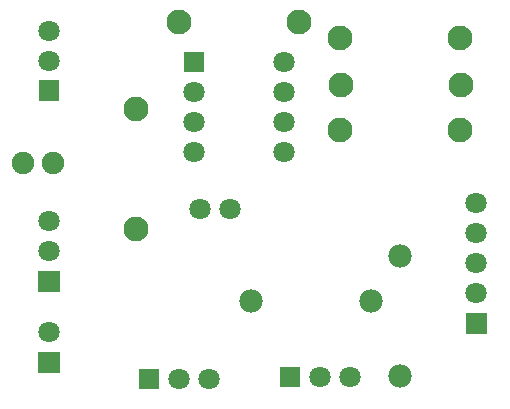
<source format=gts>
G04 Layer: TopSolderMaskLayer*
G04 EasyEDA v6.4.19.5, 2021-05-18T22:58:39--5:00*
G04 66efe2adf43246afbf7e92f2808a4bb2,00a5ad12733442db97615573759eb5db,10*
G04 Gerber Generator version 0.2*
G04 Scale: 100 percent, Rotated: No, Reflected: No *
G04 Dimensions in millimeters *
G04 leading zeros omitted , absolute positions ,4 integer and 5 decimal *
%FSLAX45Y45*%
%MOMM*%

%ADD24C,1.8016*%
%ADD28C,1.9812*%
%ADD31C,2.1016*%
%ADD32C,1.9032*%

%LPD*%
D24*
G01*
X4533900Y1993900D03*
G01*
X4533900Y1739900D03*
G01*
X4533900Y1485900D03*
G01*
X4533900Y1231900D03*
G36*
X4443729Y887729D02*
G01*
X4443729Y1068070D01*
X4624070Y1068070D01*
X4624070Y887729D01*
G37*
G01*
X2273300Y508000D03*
G01*
X2019300Y508000D03*
G36*
X1681479Y424179D02*
G01*
X1681479Y591820D01*
X1849120Y591820D01*
X1849120Y424179D01*
G37*
G01*
X3467100Y520700D03*
G01*
X3213100Y520700D03*
G36*
X2875279Y436879D02*
G01*
X2875279Y604520D01*
X3042920Y604520D01*
X3042920Y436879D01*
G37*
G01*
X914400Y3454400D03*
G01*
X914400Y3200400D03*
G36*
X830579Y2856229D02*
G01*
X830579Y3036570D01*
X998220Y3036570D01*
X998220Y2856229D01*
G37*
G36*
X824229Y557529D02*
G01*
X824229Y737870D01*
X1004570Y737870D01*
X1004570Y557529D01*
G37*
G01*
X914400Y901700D03*
D28*
G01*
X3644900Y1168400D03*
G01*
X2628900Y1168400D03*
G01*
X3886200Y1549400D03*
G01*
X3886200Y533400D03*
D24*
G01*
X914400Y1841500D03*
G01*
X914400Y1587500D03*
G36*
X819404Y1243329D02*
G01*
X819404Y1423670D01*
X1009395Y1423670D01*
X1009395Y1243329D01*
G37*
G01*
X2197100Y1943100D03*
G01*
X2451100Y1943100D03*
G01*
X2908300Y3187700D03*
G01*
X2908300Y2933700D03*
G01*
X2908300Y2679700D03*
G01*
X2908300Y2425700D03*
G01*
X2146300Y2425700D03*
G01*
X2146300Y2679700D03*
G01*
X2146300Y2933700D03*
G36*
X2061209Y3102355D02*
G01*
X2061209Y3272536D01*
X2231390Y3272536D01*
X2231390Y3102355D01*
G37*
D31*
G01*
X3378200Y2616200D03*
G01*
X4394200Y2616200D03*
G01*
X3390900Y2997200D03*
G01*
X4406900Y2997200D03*
G01*
X3378200Y3390900D03*
G01*
X4394200Y3390900D03*
G01*
X1651000Y1778000D03*
G01*
X1651000Y2794000D03*
G01*
X2019300Y3530600D03*
G01*
X3035300Y3530600D03*
D32*
G01*
X698500Y2336800D03*
G01*
X952500Y2336800D03*
M02*

</source>
